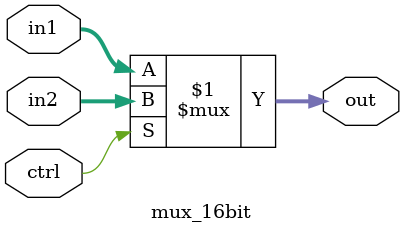
<source format=v>
module mux_16bit(in1,in2,ctrl,out);
	input [15:0] in1, in2;
	input ctrl;
	output [15:0] out;
	
	assign out = ctrl ? in2 : in1;
endmodule
</source>
